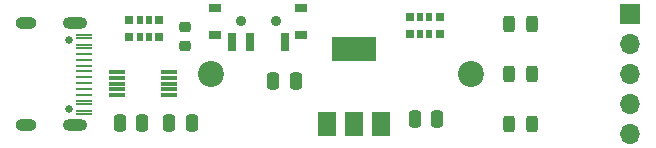
<source format=gbr>
%TF.GenerationSoftware,KiCad,Pcbnew,7.0.8*%
%TF.CreationDate,2024-02-13T10:47:56-06:00*%
%TF.ProjectId,SerialClamp,53657269-616c-4436-9c61-6d702e6b6963,rev?*%
%TF.SameCoordinates,Original*%
%TF.FileFunction,Soldermask,Top*%
%TF.FilePolarity,Negative*%
%FSLAX46Y46*%
G04 Gerber Fmt 4.6, Leading zero omitted, Abs format (unit mm)*
G04 Created by KiCad (PCBNEW 7.0.8) date 2024-02-13 10:47:56*
%MOMM*%
%LPD*%
G01*
G04 APERTURE LIST*
G04 Aperture macros list*
%AMRoundRect*
0 Rectangle with rounded corners*
0 $1 Rounding radius*
0 $2 $3 $4 $5 $6 $7 $8 $9 X,Y pos of 4 corners*
0 Add a 4 corners polygon primitive as box body*
4,1,4,$2,$3,$4,$5,$6,$7,$8,$9,$2,$3,0*
0 Add four circle primitives for the rounded corners*
1,1,$1+$1,$2,$3*
1,1,$1+$1,$4,$5*
1,1,$1+$1,$6,$7*
1,1,$1+$1,$8,$9*
0 Add four rect primitives between the rounded corners*
20,1,$1+$1,$2,$3,$4,$5,0*
20,1,$1+$1,$4,$5,$6,$7,0*
20,1,$1+$1,$6,$7,$8,$9,0*
20,1,$1+$1,$8,$9,$2,$3,0*%
G04 Aperture macros list end*
%ADD10C,2.200000*%
%ADD11R,1.500000X2.000000*%
%ADD12R,3.800000X2.000000*%
%ADD13R,1.400000X0.300000*%
%ADD14R,1.000000X0.800000*%
%ADD15C,0.900000*%
%ADD16R,0.700000X1.500000*%
%ADD17R,0.640000X0.700000*%
%ADD18R,0.500000X0.700000*%
%ADD19R,1.700000X1.700000*%
%ADD20O,1.700000X1.700000*%
%ADD21O,1.800000X1.000000*%
%ADD22O,2.100000X1.000000*%
%ADD23R,1.400000X0.250000*%
%ADD24C,0.650000*%
%ADD25RoundRect,0.218750X-0.256250X0.218750X-0.256250X-0.218750X0.256250X-0.218750X0.256250X0.218750X0*%
%ADD26RoundRect,0.243750X0.243750X0.456250X-0.243750X0.456250X-0.243750X-0.456250X0.243750X-0.456250X0*%
%ADD27RoundRect,0.250000X0.250000X0.475000X-0.250000X0.475000X-0.250000X-0.475000X0.250000X-0.475000X0*%
%ADD28RoundRect,0.250000X-0.250000X-0.475000X0.250000X-0.475000X0.250000X0.475000X-0.250000X0.475000X0*%
G04 APERTURE END LIST*
D10*
%TO.C,H2*%
X137600000Y-96000000D03*
%TD*%
%TO.C,H1*%
X159570000Y-96025000D03*
%TD*%
D11*
%TO.C,U2*%
X147400000Y-100200000D03*
D12*
X149700000Y-93900000D03*
D11*
X149700000Y-100200000D03*
X152000000Y-100200000D03*
%TD*%
D13*
%TO.C,U1*%
X134000000Y-95800000D03*
X134000000Y-96300000D03*
X134000000Y-96800000D03*
X134000000Y-97300000D03*
X134000000Y-97800000D03*
X129600000Y-97800000D03*
X129600000Y-97300000D03*
X129600000Y-96800000D03*
X129600000Y-96300000D03*
X129600000Y-95800000D03*
%TD*%
D14*
%TO.C,SW1*%
X137950000Y-92655000D03*
X145250000Y-90445000D03*
X137950000Y-90445000D03*
X145250000Y-92655000D03*
D15*
X140100000Y-91545000D03*
X143100000Y-91545000D03*
D16*
X143850000Y-93305000D03*
X140850000Y-93305000D03*
X139350000Y-93305000D03*
%TD*%
D17*
%TO.C,RN2*%
X156940000Y-91200000D03*
D18*
X156070000Y-91200000D03*
X155270000Y-91200000D03*
D17*
X154400000Y-91200000D03*
X154400000Y-92600000D03*
D18*
X155270000Y-92600000D03*
X156070000Y-92600000D03*
D17*
X156940000Y-92600000D03*
%TD*%
%TO.C,RN1*%
X130670000Y-92840000D03*
D18*
X131540000Y-92840000D03*
X132340000Y-92840000D03*
D17*
X133210000Y-92840000D03*
X133210000Y-91440000D03*
D18*
X132340000Y-91440000D03*
X131540000Y-91440000D03*
D17*
X130670000Y-91440000D03*
%TD*%
D19*
%TO.C,J2*%
X173070000Y-90950000D03*
D20*
X173070000Y-93490000D03*
X173070000Y-96030000D03*
X173070000Y-98570000D03*
X173070000Y-101110000D03*
%TD*%
D21*
%TO.C,J1*%
X121947500Y-100345000D03*
D22*
X126097500Y-100345000D03*
D21*
X121947500Y-91705000D03*
D22*
X126097500Y-91705000D03*
D23*
X126797500Y-92950000D03*
X126797500Y-93750000D03*
X126797500Y-97275000D03*
X126797500Y-95275000D03*
X126797500Y-96775000D03*
X126797500Y-97775000D03*
X126797500Y-98300000D03*
X126797500Y-99100000D03*
X126797500Y-99350000D03*
X126797500Y-98550000D03*
X126797500Y-94275000D03*
X126797500Y-96275000D03*
X126797500Y-95775000D03*
X126797500Y-94775000D03*
X126797500Y-93500000D03*
X126797500Y-92700000D03*
D24*
X125597500Y-98915000D03*
X125597500Y-93135000D03*
%TD*%
D25*
%TO.C,F1*%
X135400000Y-93600000D03*
X135400000Y-92025000D03*
%TD*%
D26*
%TO.C,D3*%
X164737500Y-91800000D03*
X162862500Y-91800000D03*
%TD*%
%TO.C,D2*%
X164737500Y-96000000D03*
X162862500Y-96000000D03*
%TD*%
%TO.C,D1*%
X164737500Y-100200000D03*
X162862500Y-100200000D03*
%TD*%
D27*
%TO.C,C4*%
X144750000Y-96600000D03*
X142850000Y-96600000D03*
%TD*%
D28*
%TO.C,C3*%
X154850000Y-99800000D03*
X156750000Y-99800000D03*
%TD*%
%TO.C,C2*%
X135950000Y-100160000D03*
X134050000Y-100160000D03*
%TD*%
D27*
%TO.C,C1*%
X129850000Y-100170000D03*
X131750000Y-100170000D03*
%TD*%
M02*

</source>
